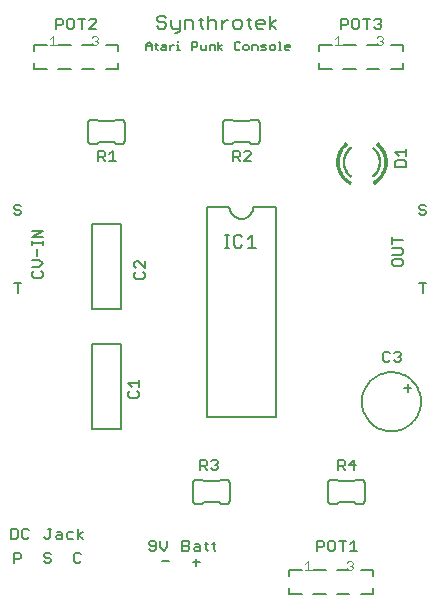
<source format=gto>
G75*
G70*
%OFA0B0*%
%FSLAX24Y24*%
%IPPOS*%
%LPD*%
%AMOC8*
5,1,8,0,0,1.08239X$1,22.5*
%
%ADD10C,0.0060*%
%ADD11C,0.0080*%
%ADD12C,0.0050*%
%ADD13C,0.0010*%
%ADD14C,0.0030*%
D10*
X001031Y001842D02*
X001031Y002182D01*
X001201Y002182D01*
X001258Y002125D01*
X001258Y002012D01*
X001201Y001955D01*
X001031Y001955D01*
X001101Y002642D02*
X000931Y002642D01*
X000931Y002982D01*
X001101Y002982D01*
X001158Y002925D01*
X001158Y002698D01*
X001101Y002642D01*
X001299Y002698D02*
X001356Y002642D01*
X001469Y002642D01*
X001526Y002698D01*
X001299Y002698D02*
X001299Y002925D01*
X001356Y002982D01*
X001469Y002982D01*
X001526Y002925D01*
X002036Y002698D02*
X002092Y002642D01*
X002149Y002642D01*
X002206Y002698D01*
X002206Y002982D01*
X002149Y002982D02*
X002263Y002982D01*
X002461Y002869D02*
X002574Y002869D01*
X002631Y002812D01*
X002631Y002642D01*
X002461Y002642D01*
X002404Y002698D01*
X002461Y002755D01*
X002631Y002755D01*
X002772Y002812D02*
X002772Y002698D01*
X002829Y002642D01*
X002999Y002642D01*
X003141Y002642D02*
X003141Y002982D01*
X002999Y002869D02*
X002829Y002869D01*
X002772Y002812D01*
X003141Y002755D02*
X003311Y002869D01*
X003141Y002755D02*
X003311Y002642D01*
X003201Y002182D02*
X003087Y002182D01*
X003031Y002125D01*
X003031Y001898D01*
X003087Y001842D01*
X003201Y001842D01*
X003258Y001898D01*
X003258Y002125D02*
X003201Y002182D01*
X002258Y002125D02*
X002201Y002182D01*
X002087Y002182D01*
X002031Y002125D01*
X002031Y002069D01*
X002087Y002012D01*
X002201Y002012D01*
X002258Y001955D01*
X002258Y001898D01*
X002201Y001842D01*
X002087Y001842D01*
X002031Y001898D01*
X005531Y002298D02*
X005587Y002242D01*
X005701Y002242D01*
X005758Y002298D01*
X005758Y002525D01*
X005701Y002582D01*
X005587Y002582D01*
X005531Y002525D01*
X005531Y002469D01*
X005587Y002412D01*
X005758Y002412D01*
X005899Y002355D02*
X005899Y002582D01*
X005899Y002355D02*
X006013Y002242D01*
X006126Y002355D01*
X006126Y002582D01*
X006636Y002582D02*
X006636Y002242D01*
X006806Y002242D01*
X006863Y002298D01*
X006863Y002355D01*
X006806Y002412D01*
X006636Y002412D01*
X006806Y002412D02*
X006863Y002469D01*
X006863Y002525D01*
X006806Y002582D01*
X006636Y002582D01*
X007061Y002469D02*
X007174Y002469D01*
X007231Y002412D01*
X007231Y002242D01*
X007061Y002242D01*
X007004Y002298D01*
X007061Y002355D01*
X007231Y002355D01*
X007372Y002469D02*
X007486Y002469D01*
X007429Y002525D02*
X007429Y002298D01*
X007486Y002242D01*
X007675Y002298D02*
X007731Y002242D01*
X007675Y002298D02*
X007675Y002525D01*
X007618Y002469D02*
X007731Y002469D01*
X007214Y001855D02*
X006987Y001855D01*
X007101Y001742D02*
X007101Y001969D01*
X006189Y001912D02*
X005962Y001912D01*
X007094Y003812D02*
X007294Y003812D01*
X007344Y003862D01*
X007857Y003862D01*
X007907Y003812D01*
X008107Y003812D01*
X008124Y003814D01*
X008141Y003818D01*
X008157Y003825D01*
X008171Y003835D01*
X008184Y003848D01*
X008194Y003862D01*
X008201Y003878D01*
X008205Y003895D01*
X008207Y003912D01*
X008207Y004512D01*
X008205Y004529D01*
X008201Y004546D01*
X008194Y004562D01*
X008184Y004576D01*
X008171Y004589D01*
X008157Y004599D01*
X008141Y004606D01*
X008124Y004610D01*
X008107Y004612D01*
X007907Y004612D01*
X007857Y004562D01*
X007344Y004562D01*
X007294Y004612D01*
X007094Y004612D01*
X007077Y004610D01*
X007060Y004606D01*
X007044Y004599D01*
X007030Y004589D01*
X007017Y004576D01*
X007007Y004562D01*
X007000Y004546D01*
X006996Y004529D01*
X006994Y004512D01*
X006994Y003912D01*
X006996Y003895D01*
X007000Y003878D01*
X007007Y003862D01*
X007017Y003848D01*
X007030Y003835D01*
X007044Y003825D01*
X007060Y003818D01*
X007077Y003814D01*
X007094Y003812D01*
X007231Y004942D02*
X007231Y005282D01*
X007401Y005282D01*
X007458Y005225D01*
X007458Y005112D01*
X007401Y005055D01*
X007231Y005055D01*
X007344Y005055D02*
X007458Y004942D01*
X007599Y004998D02*
X007656Y004942D01*
X007769Y004942D01*
X007826Y004998D01*
X007826Y005055D01*
X007769Y005112D01*
X007713Y005112D01*
X007769Y005112D02*
X007826Y005169D01*
X007826Y005225D01*
X007769Y005282D01*
X007656Y005282D01*
X007599Y005225D01*
X007451Y006712D02*
X009751Y006712D01*
X009751Y013712D01*
X009001Y013712D01*
X008999Y013673D01*
X008993Y013634D01*
X008984Y013596D01*
X008971Y013559D01*
X008954Y013523D01*
X008934Y013490D01*
X008910Y013458D01*
X008884Y013429D01*
X008855Y013403D01*
X008823Y013379D01*
X008790Y013359D01*
X008754Y013342D01*
X008717Y013329D01*
X008679Y013320D01*
X008640Y013314D01*
X008601Y013312D01*
X008562Y013314D01*
X008523Y013320D01*
X008485Y013329D01*
X008448Y013342D01*
X008412Y013359D01*
X008379Y013379D01*
X008347Y013403D01*
X008318Y013429D01*
X008292Y013458D01*
X008268Y013490D01*
X008248Y013523D01*
X008231Y013559D01*
X008218Y013596D01*
X008209Y013634D01*
X008203Y013673D01*
X008201Y013712D01*
X007451Y013712D01*
X007451Y006712D01*
X005171Y007398D02*
X005171Y007512D01*
X005114Y007569D01*
X005171Y007710D02*
X005171Y007937D01*
X005171Y007823D02*
X004831Y007823D01*
X004944Y007710D01*
X004887Y007569D02*
X004831Y007512D01*
X004831Y007398D01*
X004887Y007342D01*
X005114Y007342D01*
X005171Y007398D01*
X004589Y006301D02*
X003613Y006301D01*
X003613Y009122D01*
X004589Y009122D01*
X004589Y006301D01*
X004589Y010301D02*
X003613Y010301D01*
X003613Y013122D01*
X004589Y013122D01*
X004589Y010301D01*
X005087Y011305D02*
X005314Y011305D01*
X005371Y011362D01*
X005371Y011475D01*
X005314Y011532D01*
X005371Y011673D02*
X005144Y011900D01*
X005087Y011900D01*
X005031Y011843D01*
X005031Y011730D01*
X005087Y011673D01*
X005087Y011532D02*
X005031Y011475D01*
X005031Y011362D01*
X005087Y011305D01*
X005371Y011673D02*
X005371Y011900D01*
X004426Y015242D02*
X004199Y015242D01*
X004313Y015242D02*
X004313Y015582D01*
X004199Y015469D01*
X004058Y015525D02*
X004058Y015412D01*
X004001Y015355D01*
X003831Y015355D01*
X003944Y015355D02*
X004058Y015242D01*
X003831Y015242D02*
X003831Y015582D01*
X004001Y015582D01*
X004058Y015525D01*
X003794Y015812D02*
X003844Y015862D01*
X004357Y015862D01*
X004407Y015812D01*
X004607Y015812D01*
X004624Y015814D01*
X004641Y015818D01*
X004657Y015825D01*
X004671Y015835D01*
X004684Y015848D01*
X004694Y015862D01*
X004701Y015878D01*
X004705Y015895D01*
X004707Y015912D01*
X004707Y016512D01*
X004705Y016529D01*
X004701Y016546D01*
X004694Y016562D01*
X004684Y016576D01*
X004671Y016589D01*
X004657Y016599D01*
X004641Y016606D01*
X004624Y016610D01*
X004607Y016612D01*
X004407Y016612D01*
X004357Y016562D01*
X003844Y016562D01*
X003794Y016612D01*
X003594Y016612D01*
X003577Y016610D01*
X003560Y016606D01*
X003544Y016599D01*
X003530Y016589D01*
X003517Y016576D01*
X003507Y016562D01*
X003500Y016546D01*
X003496Y016529D01*
X003494Y016512D01*
X003494Y015912D01*
X003496Y015895D01*
X003500Y015878D01*
X003507Y015862D01*
X003517Y015848D01*
X003530Y015835D01*
X003544Y015825D01*
X003560Y015818D01*
X003577Y015814D01*
X003594Y015812D01*
X003794Y015812D01*
X001258Y013725D02*
X001201Y013782D01*
X001087Y013782D01*
X001031Y013725D01*
X001031Y013669D01*
X001087Y013612D01*
X001201Y013612D01*
X001258Y013555D01*
X001258Y013498D01*
X001201Y013442D01*
X001087Y013442D01*
X001031Y013498D01*
X001631Y012919D02*
X001971Y012919D01*
X001631Y012692D01*
X001971Y012692D01*
X001971Y012560D02*
X001971Y012447D01*
X001971Y012503D02*
X001631Y012503D01*
X001631Y012447D02*
X001631Y012560D01*
X001801Y012305D02*
X001801Y012078D01*
X001857Y011937D02*
X001631Y011937D01*
X001857Y011937D02*
X001971Y011823D01*
X001857Y011710D01*
X001631Y011710D01*
X001687Y011569D02*
X001631Y011512D01*
X001631Y011398D01*
X001687Y011342D01*
X001914Y011342D01*
X001971Y011398D01*
X001971Y011512D01*
X001914Y011569D01*
X001258Y011182D02*
X001031Y011182D01*
X001144Y011182D02*
X001144Y010842D01*
X007994Y015912D02*
X007994Y016512D01*
X007996Y016529D01*
X008000Y016546D01*
X008007Y016562D01*
X008017Y016576D01*
X008030Y016589D01*
X008044Y016599D01*
X008060Y016606D01*
X008077Y016610D01*
X008094Y016612D01*
X008294Y016612D01*
X008344Y016562D01*
X008857Y016562D01*
X008907Y016612D01*
X009107Y016612D01*
X009124Y016610D01*
X009141Y016606D01*
X009157Y016599D01*
X009171Y016589D01*
X009184Y016576D01*
X009194Y016562D01*
X009201Y016546D01*
X009205Y016529D01*
X009207Y016512D01*
X009207Y015912D01*
X009205Y015895D01*
X009201Y015878D01*
X009194Y015862D01*
X009184Y015848D01*
X009171Y015835D01*
X009157Y015825D01*
X009141Y015818D01*
X009124Y015814D01*
X009107Y015812D01*
X008907Y015812D01*
X008857Y015862D01*
X008344Y015862D01*
X008294Y015812D01*
X008094Y015812D01*
X008077Y015814D01*
X008060Y015818D01*
X008044Y015825D01*
X008030Y015835D01*
X008017Y015848D01*
X008007Y015862D01*
X008000Y015878D01*
X007996Y015895D01*
X007994Y015912D01*
X008331Y015582D02*
X008501Y015582D01*
X008558Y015525D01*
X008558Y015412D01*
X008501Y015355D01*
X008331Y015355D01*
X008444Y015355D02*
X008558Y015242D01*
X008699Y015242D02*
X008926Y015469D01*
X008926Y015525D01*
X008869Y015582D01*
X008756Y015582D01*
X008699Y015525D01*
X008699Y015242D02*
X008926Y015242D01*
X008331Y015242D02*
X008331Y015582D01*
X011931Y019642D02*
X011931Y019982D01*
X012101Y019982D01*
X012158Y019925D01*
X012158Y019812D01*
X012101Y019755D01*
X011931Y019755D01*
X012299Y019698D02*
X012356Y019642D01*
X012469Y019642D01*
X012526Y019698D01*
X012526Y019925D01*
X012469Y019982D01*
X012356Y019982D01*
X012299Y019925D01*
X012299Y019698D01*
X012667Y019982D02*
X012894Y019982D01*
X012781Y019982D02*
X012781Y019642D01*
X013036Y019698D02*
X013092Y019642D01*
X013206Y019642D01*
X013263Y019698D01*
X013263Y019755D01*
X013206Y019812D01*
X013149Y019812D01*
X013206Y019812D02*
X013263Y019869D01*
X013263Y019925D01*
X013206Y019982D01*
X013092Y019982D01*
X013036Y019925D01*
X014071Y015637D02*
X014071Y015410D01*
X014071Y015523D02*
X013731Y015523D01*
X013844Y015410D01*
X013787Y015269D02*
X013731Y015212D01*
X013731Y015042D01*
X014071Y015042D01*
X014071Y015212D01*
X014014Y015269D01*
X013787Y015269D01*
X014587Y013782D02*
X014531Y013725D01*
X014531Y013669D01*
X014587Y013612D01*
X014701Y013612D01*
X014758Y013555D01*
X014758Y013498D01*
X014701Y013442D01*
X014587Y013442D01*
X014531Y013498D01*
X014758Y013725D02*
X014701Y013782D01*
X014587Y013782D01*
X013631Y012705D02*
X013631Y012478D01*
X013631Y012592D02*
X013971Y012592D01*
X013914Y012337D02*
X013631Y012337D01*
X013631Y012110D02*
X013914Y012110D01*
X013971Y012167D01*
X013971Y012280D01*
X013914Y012337D01*
X013914Y011969D02*
X013687Y011969D01*
X013631Y011912D01*
X013631Y011798D01*
X013687Y011742D01*
X013914Y011742D01*
X013971Y011798D01*
X013971Y011912D01*
X013914Y011969D01*
X014531Y011182D02*
X014758Y011182D01*
X014644Y011182D02*
X014644Y010842D01*
X013869Y008882D02*
X013756Y008882D01*
X013699Y008825D01*
X013558Y008825D02*
X013501Y008882D01*
X013387Y008882D01*
X013331Y008825D01*
X013331Y008598D01*
X013387Y008542D01*
X013501Y008542D01*
X013558Y008598D01*
X013699Y008598D02*
X013756Y008542D01*
X013869Y008542D01*
X013926Y008598D01*
X013926Y008655D01*
X013869Y008712D01*
X013813Y008712D01*
X013869Y008712D02*
X013926Y008769D01*
X013926Y008825D01*
X013869Y008882D01*
X014141Y007792D02*
X014141Y007532D01*
X014261Y007662D02*
X014011Y007662D01*
X012617Y007212D02*
X012619Y007274D01*
X012625Y007337D01*
X012635Y007398D01*
X012649Y007459D01*
X012666Y007519D01*
X012687Y007578D01*
X012713Y007635D01*
X012741Y007690D01*
X012773Y007744D01*
X012809Y007795D01*
X012847Y007845D01*
X012889Y007891D01*
X012933Y007935D01*
X012981Y007976D01*
X013030Y008014D01*
X013082Y008048D01*
X013136Y008079D01*
X013192Y008107D01*
X013250Y008131D01*
X013309Y008152D01*
X013369Y008168D01*
X013430Y008181D01*
X013492Y008190D01*
X013554Y008195D01*
X013617Y008196D01*
X013679Y008193D01*
X013741Y008186D01*
X013803Y008175D01*
X013863Y008160D01*
X013923Y008142D01*
X013981Y008120D01*
X014038Y008094D01*
X014093Y008064D01*
X014146Y008031D01*
X014197Y007995D01*
X014245Y007956D01*
X014291Y007913D01*
X014334Y007868D01*
X014374Y007820D01*
X014411Y007770D01*
X014445Y007717D01*
X014476Y007663D01*
X014502Y007607D01*
X014526Y007549D01*
X014545Y007489D01*
X014561Y007429D01*
X014573Y007367D01*
X014581Y007306D01*
X014585Y007243D01*
X014585Y007181D01*
X014581Y007118D01*
X014573Y007057D01*
X014561Y006995D01*
X014545Y006935D01*
X014526Y006875D01*
X014502Y006817D01*
X014476Y006761D01*
X014445Y006707D01*
X014411Y006654D01*
X014374Y006604D01*
X014334Y006556D01*
X014291Y006511D01*
X014245Y006468D01*
X014197Y006429D01*
X014146Y006393D01*
X014093Y006360D01*
X014038Y006330D01*
X013981Y006304D01*
X013923Y006282D01*
X013863Y006264D01*
X013803Y006249D01*
X013741Y006238D01*
X013679Y006231D01*
X013617Y006228D01*
X013554Y006229D01*
X013492Y006234D01*
X013430Y006243D01*
X013369Y006256D01*
X013309Y006272D01*
X013250Y006293D01*
X013192Y006317D01*
X013136Y006345D01*
X013082Y006376D01*
X013030Y006410D01*
X012981Y006448D01*
X012933Y006489D01*
X012889Y006533D01*
X012847Y006579D01*
X012809Y006629D01*
X012773Y006680D01*
X012741Y006734D01*
X012713Y006789D01*
X012687Y006846D01*
X012666Y006905D01*
X012649Y006965D01*
X012635Y007026D01*
X012625Y007087D01*
X012619Y007150D01*
X012617Y007212D01*
X012369Y005282D02*
X012199Y005112D01*
X012426Y005112D01*
X012369Y004942D02*
X012369Y005282D01*
X012058Y005225D02*
X012058Y005112D01*
X012001Y005055D01*
X011831Y005055D01*
X011944Y005055D02*
X012058Y004942D01*
X011831Y004942D02*
X011831Y005282D01*
X012001Y005282D01*
X012058Y005225D01*
X011794Y004612D02*
X011594Y004612D01*
X011577Y004610D01*
X011560Y004606D01*
X011544Y004599D01*
X011530Y004589D01*
X011517Y004576D01*
X011507Y004562D01*
X011500Y004546D01*
X011496Y004529D01*
X011494Y004512D01*
X011494Y003912D01*
X011496Y003895D01*
X011500Y003878D01*
X011507Y003862D01*
X011517Y003848D01*
X011530Y003835D01*
X011544Y003825D01*
X011560Y003818D01*
X011577Y003814D01*
X011594Y003812D01*
X011794Y003812D01*
X011844Y003862D01*
X012357Y003862D01*
X012407Y003812D01*
X012607Y003812D01*
X012624Y003814D01*
X012641Y003818D01*
X012657Y003825D01*
X012671Y003835D01*
X012684Y003848D01*
X012694Y003862D01*
X012701Y003878D01*
X012705Y003895D01*
X012707Y003912D01*
X012707Y004512D01*
X012705Y004529D01*
X012701Y004546D01*
X012694Y004562D01*
X012684Y004576D01*
X012671Y004589D01*
X012657Y004599D01*
X012641Y004606D01*
X012624Y004610D01*
X012607Y004612D01*
X012407Y004612D01*
X012357Y004562D01*
X011844Y004562D01*
X011794Y004612D01*
X011867Y002582D02*
X012094Y002582D01*
X011981Y002582D02*
X011981Y002242D01*
X011726Y002298D02*
X011726Y002525D01*
X011669Y002582D01*
X011556Y002582D01*
X011499Y002525D01*
X011499Y002298D01*
X011556Y002242D01*
X011669Y002242D01*
X011726Y002298D01*
X011358Y002412D02*
X011301Y002355D01*
X011131Y002355D01*
X011131Y002242D02*
X011131Y002582D01*
X011301Y002582D01*
X011358Y002525D01*
X011358Y002412D01*
X012236Y002469D02*
X012349Y002582D01*
X012349Y002242D01*
X012236Y002242D02*
X012463Y002242D01*
X003763Y019642D02*
X003536Y019642D01*
X003763Y019869D01*
X003763Y019925D01*
X003706Y019982D01*
X003592Y019982D01*
X003536Y019925D01*
X003394Y019982D02*
X003167Y019982D01*
X003281Y019982D02*
X003281Y019642D01*
X003026Y019698D02*
X003026Y019925D01*
X002969Y019982D01*
X002856Y019982D01*
X002799Y019925D01*
X002799Y019698D01*
X002856Y019642D01*
X002969Y019642D01*
X003026Y019698D01*
X002658Y019812D02*
X002601Y019755D01*
X002431Y019755D01*
X002431Y019642D02*
X002431Y019982D01*
X002601Y019982D01*
X002658Y019925D01*
X002658Y019812D01*
D11*
X005797Y019722D02*
X005867Y019652D01*
X006007Y019652D01*
X006078Y019722D01*
X006078Y019792D01*
X006007Y019862D01*
X005867Y019862D01*
X005797Y019932D01*
X005797Y020002D01*
X005867Y020072D01*
X006007Y020072D01*
X006078Y020002D01*
X006258Y019932D02*
X006258Y019722D01*
X006328Y019652D01*
X006538Y019652D01*
X006538Y019582D02*
X006468Y019512D01*
X006398Y019512D01*
X006538Y019582D02*
X006538Y019932D01*
X006718Y019932D02*
X006718Y019652D01*
X006718Y019932D02*
X006928Y019932D01*
X006998Y019862D01*
X006998Y019652D01*
X007248Y019722D02*
X007318Y019652D01*
X007248Y019722D02*
X007248Y020002D01*
X007178Y019932D02*
X007318Y019932D01*
X007485Y019862D02*
X007555Y019932D01*
X007695Y019932D01*
X007765Y019862D01*
X007765Y019652D01*
X007946Y019652D02*
X007946Y019932D01*
X007946Y019792D02*
X008086Y019932D01*
X008156Y019932D01*
X008329Y019862D02*
X008329Y019722D01*
X008399Y019652D01*
X008539Y019652D01*
X008609Y019722D01*
X008609Y019862D01*
X008539Y019932D01*
X008399Y019932D01*
X008329Y019862D01*
X008790Y019932D02*
X008930Y019932D01*
X008860Y020002D02*
X008860Y019722D01*
X008930Y019652D01*
X009096Y019722D02*
X009096Y019862D01*
X009166Y019932D01*
X009307Y019932D01*
X009377Y019862D01*
X009377Y019792D01*
X009096Y019792D01*
X009096Y019722D02*
X009166Y019652D01*
X009307Y019652D01*
X009557Y019652D02*
X009557Y020072D01*
X009767Y019932D02*
X009557Y019792D01*
X009767Y019652D01*
X007485Y019652D02*
X007485Y020072D01*
X008041Y012772D02*
X008181Y012772D01*
X008111Y012772D02*
X008111Y012352D01*
X008041Y012352D02*
X008181Y012352D01*
X008348Y012422D02*
X008418Y012352D01*
X008558Y012352D01*
X008628Y012422D01*
X008808Y012352D02*
X009088Y012352D01*
X008948Y012352D02*
X008948Y012772D01*
X008808Y012632D01*
X008628Y012702D02*
X008558Y012772D01*
X008418Y012772D01*
X008348Y012702D01*
X008348Y012422D01*
D12*
X011201Y018312D02*
X011201Y018515D01*
X011201Y018312D02*
X011606Y018312D01*
X011999Y018312D02*
X012404Y018312D01*
X012798Y018312D02*
X013202Y018312D01*
X013596Y018312D02*
X014001Y018312D01*
X014001Y018515D01*
X014001Y018909D02*
X014001Y019112D01*
X013596Y019112D01*
X013202Y019112D02*
X012798Y019112D01*
X012404Y019112D02*
X011999Y019112D01*
X011606Y019112D02*
X011201Y019112D01*
X011201Y018909D01*
X010222Y019027D02*
X010042Y019027D01*
X010042Y019072D02*
X010087Y019117D01*
X010177Y019117D01*
X010222Y019072D01*
X010222Y019027D01*
X010177Y018937D02*
X010087Y018937D01*
X010042Y018982D01*
X010042Y019072D01*
X009935Y018937D02*
X009845Y018937D01*
X009890Y018937D02*
X009890Y019207D01*
X009845Y019207D01*
X009731Y019072D02*
X009686Y019117D01*
X009596Y019117D01*
X009551Y019072D01*
X009551Y018982D01*
X009596Y018937D01*
X009686Y018937D01*
X009731Y018982D01*
X009731Y019072D01*
X009436Y019117D02*
X009301Y019117D01*
X009256Y019072D01*
X009301Y019027D01*
X009391Y019027D01*
X009436Y018982D01*
X009391Y018937D01*
X009256Y018937D01*
X009142Y018937D02*
X009142Y019072D01*
X009097Y019117D01*
X008961Y019117D01*
X008961Y018937D01*
X008847Y018982D02*
X008802Y018937D01*
X008712Y018937D01*
X008667Y018982D01*
X008667Y019072D01*
X008712Y019117D01*
X008802Y019117D01*
X008847Y019072D01*
X008847Y018982D01*
X008552Y018982D02*
X008507Y018937D01*
X008417Y018937D01*
X008372Y018982D01*
X008372Y019162D01*
X008417Y019207D01*
X008507Y019207D01*
X008552Y019162D01*
X007967Y019117D02*
X007832Y019027D01*
X007967Y018937D01*
X007832Y018937D02*
X007832Y019207D01*
X007717Y019072D02*
X007717Y018937D01*
X007717Y019072D02*
X007672Y019117D01*
X007537Y019117D01*
X007537Y018937D01*
X007423Y018937D02*
X007423Y019117D01*
X007243Y019117D02*
X007243Y018982D01*
X007288Y018937D01*
X007423Y018937D01*
X007128Y019072D02*
X007128Y019162D01*
X007083Y019207D01*
X006948Y019207D01*
X006948Y018937D01*
X006948Y019027D02*
X007083Y019027D01*
X007128Y019072D01*
X006547Y018937D02*
X006457Y018937D01*
X006502Y018937D02*
X006502Y019117D01*
X006457Y019117D01*
X006502Y019207D02*
X006502Y019252D01*
X006347Y019117D02*
X006302Y019117D01*
X006211Y019027D01*
X006211Y018937D02*
X006211Y019117D01*
X006097Y019072D02*
X006097Y018937D01*
X005962Y018937D01*
X005917Y018982D01*
X005962Y019027D01*
X006097Y019027D01*
X006097Y019072D02*
X006052Y019117D01*
X005962Y019117D01*
X005810Y019117D02*
X005720Y019117D01*
X005765Y019162D02*
X005765Y018982D01*
X005810Y018937D01*
X005606Y018937D02*
X005606Y019117D01*
X005516Y019207D01*
X005426Y019117D01*
X005426Y018937D01*
X005426Y019072D02*
X005606Y019072D01*
X004501Y019112D02*
X004501Y018909D01*
X004501Y019112D02*
X004096Y019112D01*
X003702Y019112D02*
X003298Y019112D01*
X002904Y019112D02*
X002499Y019112D01*
X002106Y019112D02*
X001701Y019112D01*
X001701Y018909D01*
X001701Y018515D02*
X001701Y018312D01*
X002106Y018312D01*
X002499Y018312D02*
X002904Y018312D01*
X003298Y018312D02*
X003702Y018312D01*
X004096Y018312D02*
X004501Y018312D01*
X004501Y018515D01*
X010201Y001612D02*
X010606Y001612D01*
X010999Y001612D02*
X011404Y001612D01*
X011798Y001612D02*
X012202Y001612D01*
X012596Y001612D02*
X013001Y001612D01*
X013001Y001409D01*
X013001Y001015D02*
X013001Y000812D01*
X012596Y000812D01*
X012202Y000812D02*
X011798Y000812D01*
X011404Y000812D02*
X010999Y000812D01*
X010606Y000812D02*
X010201Y000812D01*
X010201Y001015D01*
X010201Y001409D02*
X010201Y001612D01*
D13*
X013024Y014481D02*
X012979Y014559D01*
X012980Y014559D02*
X013024Y014587D01*
X013066Y014618D01*
X013106Y014651D01*
X013144Y014687D01*
X013179Y014726D01*
X013211Y014767D01*
X013241Y014811D01*
X013267Y014856D01*
X013290Y014903D01*
X013310Y014951D01*
X013326Y015001D01*
X013339Y015051D01*
X013348Y015103D01*
X013354Y015155D01*
X013356Y015207D01*
X013445Y015208D01*
X013446Y015207D01*
X013444Y015152D01*
X013438Y015098D01*
X013429Y015043D01*
X013416Y014990D01*
X013400Y014938D01*
X013381Y014886D01*
X013358Y014836D01*
X013332Y014788D01*
X013303Y014741D01*
X013271Y014697D01*
X013236Y014654D01*
X013198Y014614D01*
X013158Y014577D01*
X013116Y014542D01*
X013071Y014510D01*
X013025Y014481D01*
X013020Y014489D01*
X013066Y014517D01*
X013110Y014549D01*
X013152Y014584D01*
X013192Y014621D01*
X013229Y014660D01*
X013264Y014702D01*
X013295Y014746D01*
X013324Y014792D01*
X013350Y014840D01*
X013372Y014890D01*
X013392Y014940D01*
X013408Y014992D01*
X013420Y015045D01*
X013429Y015099D01*
X013435Y015153D01*
X013437Y015207D01*
X013428Y015207D01*
X013426Y015153D01*
X013420Y015100D01*
X013411Y015047D01*
X013399Y014995D01*
X013383Y014943D01*
X013364Y014893D01*
X013342Y014844D01*
X013316Y014797D01*
X013288Y014751D01*
X013256Y014708D01*
X013222Y014666D01*
X013186Y014627D01*
X013146Y014590D01*
X013105Y014556D01*
X013061Y014525D01*
X013016Y014496D01*
X013011Y014504D01*
X013059Y014534D01*
X013105Y014568D01*
X013148Y014604D01*
X013189Y014644D01*
X013227Y014686D01*
X013262Y014730D01*
X013294Y014777D01*
X013322Y014826D01*
X013347Y014877D01*
X013369Y014930D01*
X013386Y014983D01*
X013400Y015038D01*
X013410Y015094D01*
X013417Y015150D01*
X013419Y015207D01*
X013410Y015207D01*
X013408Y015151D01*
X013402Y015095D01*
X013392Y015040D01*
X013378Y014986D01*
X013360Y014933D01*
X013339Y014881D01*
X013314Y014830D01*
X013286Y014782D01*
X013255Y014736D01*
X013220Y014691D01*
X013183Y014650D01*
X013142Y014611D01*
X013100Y014575D01*
X013054Y014542D01*
X013007Y014512D01*
X013002Y014520D01*
X013049Y014549D01*
X013094Y014582D01*
X013136Y014618D01*
X013176Y014656D01*
X013213Y014697D01*
X013248Y014741D01*
X013279Y014787D01*
X013306Y014835D01*
X013331Y014884D01*
X013352Y014936D01*
X013369Y014988D01*
X013383Y015042D01*
X013393Y015097D01*
X013399Y015152D01*
X013401Y015207D01*
X013392Y015207D01*
X013390Y015152D01*
X013384Y015098D01*
X013374Y015044D01*
X013360Y014991D01*
X013343Y014939D01*
X013323Y014888D01*
X013298Y014839D01*
X013271Y014792D01*
X013240Y014746D01*
X013207Y014703D01*
X013170Y014662D01*
X013130Y014624D01*
X013088Y014589D01*
X013044Y014557D01*
X012998Y014528D01*
X012993Y014536D01*
X013039Y014564D01*
X013083Y014596D01*
X013124Y014631D01*
X013163Y014669D01*
X013200Y014709D01*
X013233Y014751D01*
X013263Y014796D01*
X013291Y014843D01*
X013314Y014892D01*
X013335Y014942D01*
X013352Y014993D01*
X013365Y015046D01*
X013375Y015099D01*
X013381Y015153D01*
X013383Y015207D01*
X013374Y015207D01*
X013372Y015154D01*
X013366Y015100D01*
X013356Y015048D01*
X013343Y014996D01*
X013326Y014945D01*
X013306Y014895D01*
X013283Y014847D01*
X013256Y014801D01*
X013226Y014757D01*
X013193Y014715D01*
X013157Y014675D01*
X013118Y014638D01*
X013077Y014603D01*
X013034Y014572D01*
X012989Y014543D01*
X012984Y014551D01*
X013029Y014579D01*
X013072Y014610D01*
X013112Y014644D01*
X013150Y014681D01*
X013186Y014720D01*
X013218Y014762D01*
X013248Y014806D01*
X013275Y014852D01*
X013298Y014899D01*
X013318Y014948D01*
X013335Y014998D01*
X013348Y015050D01*
X013357Y015102D01*
X013363Y015154D01*
X013365Y015207D01*
X013445Y015216D02*
X013355Y015216D01*
X013356Y015217D02*
X013354Y015271D01*
X013348Y015324D01*
X013338Y015377D01*
X013324Y015429D01*
X013307Y015480D01*
X013286Y015530D01*
X013262Y015578D01*
X013234Y015624D01*
X013203Y015668D01*
X013169Y015709D01*
X013132Y015749D01*
X013093Y015785D01*
X013150Y015853D01*
X013151Y015854D01*
X013192Y015816D01*
X013230Y015776D01*
X013266Y015733D01*
X013299Y015688D01*
X013329Y015641D01*
X013355Y015593D01*
X013379Y015542D01*
X013399Y015490D01*
X013415Y015437D01*
X013429Y015383D01*
X013438Y015328D01*
X013444Y015273D01*
X013446Y015217D01*
X013437Y015217D01*
X013435Y015272D01*
X013429Y015327D01*
X013420Y015381D01*
X013407Y015435D01*
X013390Y015487D01*
X013371Y015539D01*
X013347Y015589D01*
X013321Y015637D01*
X013291Y015683D01*
X013259Y015728D01*
X013224Y015770D01*
X013185Y015810D01*
X013145Y015847D01*
X013139Y015840D01*
X013179Y015803D01*
X013217Y015764D01*
X013252Y015722D01*
X013284Y015678D01*
X013313Y015632D01*
X013339Y015584D01*
X013362Y015535D01*
X013382Y015484D01*
X013398Y015432D01*
X013411Y015379D01*
X013420Y015326D01*
X013426Y015271D01*
X013428Y015217D01*
X013419Y015217D01*
X013417Y015271D01*
X013411Y015324D01*
X013402Y015377D01*
X013389Y015430D01*
X013373Y015481D01*
X013354Y015532D01*
X013331Y015580D01*
X013306Y015628D01*
X013277Y015673D01*
X013245Y015717D01*
X013210Y015758D01*
X013173Y015797D01*
X013133Y015833D01*
X013127Y015826D01*
X013167Y015790D01*
X013204Y015752D01*
X013238Y015711D01*
X013269Y015668D01*
X013298Y015623D01*
X013323Y015576D01*
X013346Y015528D01*
X013365Y015478D01*
X013381Y015427D01*
X013393Y015376D01*
X013402Y015323D01*
X013408Y015270D01*
X013410Y015217D01*
X013401Y015217D01*
X013399Y015270D01*
X013393Y015322D01*
X013384Y015374D01*
X013372Y015425D01*
X013356Y015475D01*
X013337Y015525D01*
X013315Y015572D01*
X013290Y015619D01*
X013262Y015663D01*
X013231Y015705D01*
X013197Y015746D01*
X013160Y015784D01*
X013122Y015819D01*
X013116Y015813D01*
X013154Y015777D01*
X013190Y015740D01*
X013224Y015700D01*
X013254Y015658D01*
X013282Y015614D01*
X013307Y015568D01*
X013329Y015521D01*
X013348Y015472D01*
X013363Y015423D01*
X013376Y015372D01*
X013384Y015321D01*
X013390Y015269D01*
X013392Y015217D01*
X013383Y015217D01*
X013381Y015273D01*
X013374Y015328D01*
X013364Y015383D01*
X013350Y015437D01*
X013332Y015490D01*
X013310Y015541D01*
X013285Y015591D01*
X013256Y015639D01*
X013224Y015684D01*
X013189Y015727D01*
X013151Y015768D01*
X013110Y015806D01*
X013104Y015799D01*
X013145Y015762D01*
X013182Y015721D01*
X013217Y015679D01*
X013249Y015634D01*
X013277Y015586D01*
X013302Y015537D01*
X013324Y015486D01*
X013341Y015434D01*
X013355Y015381D01*
X013365Y015327D01*
X013372Y015272D01*
X013374Y015217D01*
X013365Y015217D01*
X013363Y015271D01*
X013357Y015326D01*
X013347Y015379D01*
X013333Y015432D01*
X013315Y015483D01*
X013294Y015533D01*
X013269Y015582D01*
X013241Y015629D01*
X013210Y015673D01*
X013176Y015715D01*
X013138Y015755D01*
X013098Y015792D01*
X011757Y015207D02*
X011847Y015207D01*
X011846Y015207D02*
X011848Y015153D01*
X011854Y015100D01*
X011864Y015047D01*
X011878Y014995D01*
X011895Y014944D01*
X011916Y014895D01*
X011940Y014847D01*
X011968Y014801D01*
X011999Y014757D01*
X012033Y014715D01*
X012069Y014676D01*
X012109Y014639D01*
X012151Y014606D01*
X012195Y014575D01*
X012241Y014548D01*
X012199Y014469D01*
X012150Y014497D01*
X012104Y014529D01*
X012059Y014564D01*
X012017Y014601D01*
X011978Y014642D01*
X011941Y014685D01*
X011907Y014730D01*
X011876Y014777D01*
X011849Y014827D01*
X011825Y014878D01*
X011804Y014930D01*
X011787Y014984D01*
X011774Y015039D01*
X011764Y015094D01*
X011758Y015151D01*
X011756Y015207D01*
X011765Y015207D01*
X011767Y015151D01*
X011773Y015096D01*
X011783Y015041D01*
X011796Y014986D01*
X011813Y014933D01*
X011833Y014881D01*
X011857Y014831D01*
X011884Y014782D01*
X011914Y014735D01*
X011948Y014690D01*
X011984Y014648D01*
X012023Y014608D01*
X012065Y014571D01*
X012109Y014536D01*
X012155Y014505D01*
X012203Y014477D01*
X012207Y014485D01*
X012160Y014513D01*
X012114Y014544D01*
X012071Y014578D01*
X012029Y014614D01*
X011991Y014654D01*
X011955Y014696D01*
X011922Y014740D01*
X011892Y014786D01*
X011865Y014835D01*
X011842Y014885D01*
X011821Y014936D01*
X011805Y014989D01*
X011792Y015042D01*
X011782Y015097D01*
X011776Y015152D01*
X011774Y015207D01*
X011783Y015207D01*
X011785Y015152D01*
X011791Y015098D01*
X011800Y015044D01*
X011813Y014991D01*
X011830Y014939D01*
X011850Y014888D01*
X011873Y014839D01*
X011900Y014791D01*
X011929Y014745D01*
X011962Y014701D01*
X011997Y014660D01*
X012036Y014621D01*
X012076Y014584D01*
X012119Y014551D01*
X012165Y014520D01*
X012212Y014493D01*
X012216Y014501D01*
X012169Y014528D01*
X012125Y014558D01*
X012082Y014591D01*
X012042Y014627D01*
X012004Y014666D01*
X011969Y014707D01*
X011937Y014750D01*
X011907Y014796D01*
X011881Y014843D01*
X011858Y014892D01*
X011838Y014942D01*
X011822Y014994D01*
X011809Y015046D01*
X011800Y015099D01*
X011794Y015153D01*
X011792Y015207D01*
X011801Y015207D01*
X011803Y015154D01*
X011809Y015100D01*
X011818Y015048D01*
X011831Y014996D01*
X011847Y014945D01*
X011866Y014895D01*
X011889Y014847D01*
X011915Y014800D01*
X011944Y014756D01*
X011976Y014713D01*
X012011Y014672D01*
X012048Y014634D01*
X012088Y014598D01*
X012130Y014565D01*
X012174Y014535D01*
X012220Y014508D01*
X012224Y014516D01*
X012179Y014543D01*
X012135Y014573D01*
X012094Y014605D01*
X012054Y014640D01*
X012017Y014678D01*
X011983Y014718D01*
X011951Y014761D01*
X011923Y014805D01*
X011897Y014851D01*
X011875Y014899D01*
X011855Y014948D01*
X011839Y014998D01*
X011827Y015050D01*
X011818Y015102D01*
X011812Y015154D01*
X011810Y015207D01*
X011819Y015207D01*
X011821Y015151D01*
X011828Y015096D01*
X011838Y015041D01*
X011852Y014987D01*
X011870Y014935D01*
X011891Y014883D01*
X011917Y014834D01*
X011945Y014786D01*
X011977Y014740D01*
X012012Y014697D01*
X012050Y014657D01*
X012091Y014619D01*
X012135Y014584D01*
X012181Y014553D01*
X012229Y014524D01*
X012233Y014532D01*
X012185Y014560D01*
X012140Y014591D01*
X012097Y014626D01*
X012057Y014663D01*
X012019Y014703D01*
X011984Y014746D01*
X011953Y014791D01*
X011924Y014838D01*
X011900Y014887D01*
X011878Y014938D01*
X011861Y014990D01*
X011847Y015043D01*
X011837Y015097D01*
X011830Y015152D01*
X011828Y015207D01*
X011837Y015207D01*
X011839Y015153D01*
X011845Y015099D01*
X011855Y015045D01*
X011869Y014993D01*
X011887Y014941D01*
X011908Y014891D01*
X011932Y014842D01*
X011960Y014796D01*
X011992Y014751D01*
X012026Y014709D01*
X012063Y014670D01*
X012103Y014633D01*
X012145Y014599D01*
X012190Y014568D01*
X012237Y014540D01*
X012057Y015857D02*
X012114Y015788D01*
X012114Y015789D02*
X012074Y015752D01*
X012036Y015713D01*
X012002Y015671D01*
X011970Y015627D01*
X011942Y015581D01*
X011917Y015532D01*
X011896Y015482D01*
X011878Y015431D01*
X011865Y015378D01*
X011855Y015325D01*
X011848Y015271D01*
X011846Y015217D01*
X011757Y015216D01*
X011756Y015217D01*
X011758Y015273D01*
X011764Y015329D01*
X011774Y015384D01*
X011787Y015439D01*
X011804Y015492D01*
X011824Y015545D01*
X011848Y015596D01*
X011875Y015645D01*
X011906Y015692D01*
X011939Y015737D01*
X011975Y015780D01*
X012014Y015820D01*
X012056Y015858D01*
X012062Y015851D01*
X012021Y015814D01*
X011982Y015774D01*
X011946Y015732D01*
X011913Y015687D01*
X011883Y015640D01*
X011856Y015592D01*
X011833Y015541D01*
X011812Y015489D01*
X011796Y015436D01*
X011783Y015382D01*
X011773Y015328D01*
X011767Y015273D01*
X011765Y015217D01*
X011774Y015217D01*
X011776Y015272D01*
X011782Y015327D01*
X011791Y015381D01*
X011804Y015434D01*
X011821Y015486D01*
X011841Y015538D01*
X011864Y015587D01*
X011891Y015636D01*
X011920Y015682D01*
X011953Y015726D01*
X011989Y015768D01*
X012027Y015807D01*
X012068Y015844D01*
X012073Y015837D01*
X012033Y015801D01*
X011995Y015762D01*
X011960Y015720D01*
X011928Y015677D01*
X011898Y015631D01*
X011872Y015583D01*
X011849Y015534D01*
X011829Y015484D01*
X011813Y015432D01*
X011800Y015379D01*
X011791Y015325D01*
X011785Y015271D01*
X011783Y015217D01*
X011792Y015217D01*
X011794Y015271D01*
X011800Y015324D01*
X011809Y015377D01*
X011822Y015429D01*
X011838Y015481D01*
X011857Y015531D01*
X011880Y015579D01*
X011906Y015626D01*
X011935Y015672D01*
X011967Y015715D01*
X012002Y015756D01*
X012039Y015794D01*
X012079Y015830D01*
X012085Y015823D01*
X012046Y015788D01*
X012009Y015750D01*
X011974Y015709D01*
X011943Y015666D01*
X011914Y015622D01*
X011888Y015575D01*
X011866Y015527D01*
X011846Y015478D01*
X011830Y015427D01*
X011818Y015375D01*
X011809Y015323D01*
X011803Y015270D01*
X011801Y015217D01*
X011810Y015217D01*
X011812Y015269D01*
X011818Y015322D01*
X011827Y015373D01*
X011839Y015424D01*
X011855Y015475D01*
X011874Y015524D01*
X011896Y015571D01*
X011922Y015617D01*
X011950Y015661D01*
X011981Y015703D01*
X012015Y015744D01*
X012052Y015781D01*
X012091Y015816D01*
X012097Y015810D01*
X012058Y015775D01*
X012022Y015737D01*
X011988Y015698D01*
X011957Y015656D01*
X011929Y015612D01*
X011904Y015567D01*
X011882Y015520D01*
X011863Y015472D01*
X011848Y015422D01*
X011835Y015372D01*
X011827Y015321D01*
X011821Y015269D01*
X011819Y015217D01*
X011828Y015217D01*
X011830Y015268D01*
X011835Y015319D01*
X011844Y015370D01*
X011856Y015420D01*
X011872Y015469D01*
X011890Y015516D01*
X011912Y015563D01*
X011937Y015608D01*
X011965Y015651D01*
X011995Y015692D01*
X012028Y015731D01*
X012064Y015768D01*
X012102Y015803D01*
X012108Y015796D01*
X012067Y015759D01*
X012029Y015719D01*
X011995Y015677D01*
X011963Y015632D01*
X011934Y015585D01*
X011909Y015536D01*
X011888Y015485D01*
X011870Y015434D01*
X011856Y015380D01*
X011846Y015326D01*
X011839Y015272D01*
X011837Y015217D01*
X012988Y014722D02*
X012957Y014762D01*
X012958Y014761D02*
X012993Y014792D01*
X013026Y014825D01*
X013056Y014860D01*
X013083Y014899D01*
X013107Y014939D01*
X013127Y014981D01*
X013144Y015024D01*
X013158Y015069D01*
X013168Y015114D01*
X013174Y015160D01*
X013176Y015207D01*
X013225Y015208D01*
X013226Y015207D01*
X013224Y015161D01*
X013218Y015114D01*
X013209Y015069D01*
X013197Y015024D01*
X013181Y014980D01*
X013162Y014937D01*
X013140Y014896D01*
X013115Y014857D01*
X013088Y014820D01*
X013057Y014785D01*
X013024Y014752D01*
X012989Y014722D01*
X012983Y014729D01*
X013018Y014759D01*
X013051Y014791D01*
X013081Y014825D01*
X013108Y014862D01*
X013133Y014901D01*
X013154Y014941D01*
X013173Y014983D01*
X013188Y015026D01*
X013201Y015071D01*
X013209Y015116D01*
X013215Y015161D01*
X013217Y015207D01*
X013208Y015207D01*
X013206Y015162D01*
X013201Y015117D01*
X013192Y015073D01*
X013180Y015029D01*
X013165Y014987D01*
X013146Y014945D01*
X013125Y014905D01*
X013101Y014867D01*
X013074Y014831D01*
X013044Y014797D01*
X013012Y014765D01*
X012978Y014736D01*
X012972Y014743D01*
X013009Y014775D01*
X013043Y014809D01*
X013074Y014846D01*
X013102Y014886D01*
X013127Y014928D01*
X013148Y014971D01*
X013166Y015016D01*
X013180Y015063D01*
X013190Y015110D01*
X013197Y015159D01*
X013199Y015207D01*
X013190Y015207D01*
X013188Y015159D01*
X013181Y015112D01*
X013171Y015065D01*
X013158Y015019D01*
X013140Y014975D01*
X013119Y014932D01*
X013095Y014891D01*
X013067Y014852D01*
X013036Y014815D01*
X013003Y014781D01*
X012967Y014750D01*
X012961Y014757D01*
X012997Y014788D01*
X013030Y014821D01*
X013060Y014857D01*
X013087Y014896D01*
X013111Y014936D01*
X013132Y014979D01*
X013149Y015022D01*
X013163Y015067D01*
X013173Y015113D01*
X013179Y015160D01*
X013181Y015207D01*
X013225Y015216D02*
X013175Y015216D01*
X013176Y015217D02*
X013174Y015264D01*
X013168Y015310D01*
X013158Y015355D01*
X013144Y015400D01*
X013127Y015443D01*
X013107Y015485D01*
X013083Y015525D01*
X013056Y015564D01*
X013026Y015599D01*
X012993Y015632D01*
X012958Y015663D01*
X012988Y015702D01*
X012989Y015702D01*
X013024Y015672D01*
X013057Y015639D01*
X013088Y015604D01*
X013115Y015567D01*
X013140Y015528D01*
X013162Y015487D01*
X013181Y015444D01*
X013197Y015400D01*
X013209Y015355D01*
X013218Y015310D01*
X013224Y015263D01*
X013226Y015217D01*
X013217Y015217D01*
X013215Y015263D01*
X013209Y015308D01*
X013201Y015353D01*
X013188Y015398D01*
X013173Y015441D01*
X013154Y015483D01*
X013133Y015523D01*
X013108Y015562D01*
X013081Y015599D01*
X013051Y015633D01*
X013018Y015665D01*
X012983Y015695D01*
X012978Y015688D01*
X013012Y015659D01*
X013044Y015627D01*
X013074Y015593D01*
X013101Y015557D01*
X013125Y015519D01*
X013146Y015479D01*
X013165Y015437D01*
X013180Y015395D01*
X013192Y015351D01*
X013201Y015307D01*
X013206Y015262D01*
X013208Y015217D01*
X013199Y015217D01*
X013197Y015265D01*
X013190Y015314D01*
X013180Y015361D01*
X013166Y015408D01*
X013148Y015453D01*
X013127Y015496D01*
X013102Y015538D01*
X013074Y015578D01*
X013043Y015615D01*
X013009Y015649D01*
X012972Y015681D01*
X012967Y015674D01*
X013003Y015643D01*
X013036Y015609D01*
X013067Y015572D01*
X013095Y015533D01*
X013119Y015492D01*
X013140Y015449D01*
X013158Y015405D01*
X013171Y015359D01*
X013181Y015312D01*
X013188Y015265D01*
X013190Y015217D01*
X013181Y015217D01*
X013179Y015264D01*
X013173Y015311D01*
X013163Y015357D01*
X013149Y015402D01*
X013132Y015445D01*
X013111Y015488D01*
X013087Y015528D01*
X013060Y015567D01*
X013030Y015603D01*
X012997Y015636D01*
X012961Y015667D01*
X011977Y015208D02*
X012027Y015208D01*
X012026Y015207D02*
X012028Y015163D01*
X012033Y015120D01*
X012042Y015077D01*
X012054Y015035D01*
X012069Y014995D01*
X012087Y014955D01*
X012108Y014917D01*
X012131Y014880D01*
X012158Y014845D01*
X012187Y014813D01*
X012218Y014783D01*
X012252Y014755D01*
X012223Y014716D01*
X012222Y014715D01*
X012185Y014745D01*
X012151Y014778D01*
X012120Y014813D01*
X012091Y014851D01*
X012065Y014891D01*
X012042Y014932D01*
X012022Y014976D01*
X012006Y015020D01*
X011993Y015066D01*
X011984Y015112D01*
X011978Y015160D01*
X011976Y015207D01*
X011985Y015207D01*
X011987Y015160D01*
X011993Y015114D01*
X012002Y015068D01*
X012015Y015023D01*
X012031Y014979D01*
X012050Y014937D01*
X012073Y014896D01*
X012098Y014856D01*
X012126Y014819D01*
X012158Y014784D01*
X012191Y014752D01*
X012227Y014722D01*
X012233Y014729D01*
X012197Y014759D01*
X012164Y014791D01*
X012133Y014825D01*
X012105Y014862D01*
X012080Y014900D01*
X012058Y014941D01*
X012039Y014982D01*
X012023Y015026D01*
X012011Y015070D01*
X012002Y015115D01*
X011996Y015161D01*
X011994Y015207D01*
X012003Y015207D01*
X012005Y015162D01*
X012011Y015117D01*
X012020Y015072D01*
X012032Y015029D01*
X012047Y014986D01*
X012066Y014945D01*
X012088Y014905D01*
X012113Y014867D01*
X012140Y014831D01*
X012171Y014797D01*
X012203Y014765D01*
X012238Y014737D01*
X012244Y014744D01*
X012209Y014772D01*
X012177Y014803D01*
X012147Y014837D01*
X012120Y014872D01*
X012096Y014909D01*
X012074Y014949D01*
X012056Y014989D01*
X012040Y015031D01*
X012028Y015074D01*
X012020Y015118D01*
X012014Y015162D01*
X012012Y015207D01*
X012021Y015207D01*
X012023Y015163D01*
X012028Y015119D01*
X012037Y015076D01*
X012049Y015034D01*
X012064Y014993D01*
X012082Y014953D01*
X012103Y014914D01*
X012127Y014877D01*
X012154Y014842D01*
X012183Y014809D01*
X012215Y014779D01*
X012249Y014751D01*
X012234Y015717D02*
X012263Y015676D01*
X012263Y015677D02*
X012228Y015649D01*
X012195Y015619D01*
X012164Y015586D01*
X012137Y015551D01*
X012112Y015514D01*
X012090Y015475D01*
X012071Y015435D01*
X012055Y015393D01*
X012043Y015350D01*
X012034Y015306D01*
X012028Y015262D01*
X012026Y015217D01*
X011977Y015216D01*
X011976Y015217D01*
X011978Y015266D01*
X011984Y015314D01*
X011994Y015362D01*
X012008Y015408D01*
X012025Y015454D01*
X012045Y015498D01*
X012069Y015540D01*
X012096Y015581D01*
X012127Y015619D01*
X012160Y015655D01*
X012195Y015688D01*
X012234Y015718D01*
X012239Y015710D01*
X012201Y015681D01*
X012166Y015648D01*
X012133Y015613D01*
X012104Y015575D01*
X012077Y015536D01*
X012053Y015494D01*
X012033Y015450D01*
X012016Y015406D01*
X012003Y015359D01*
X011993Y015312D01*
X011987Y015265D01*
X011985Y015217D01*
X011994Y015217D01*
X011996Y015264D01*
X012002Y015311D01*
X012012Y015357D01*
X012025Y015403D01*
X012041Y015447D01*
X012061Y015490D01*
X012085Y015531D01*
X012111Y015570D01*
X012140Y015607D01*
X012172Y015642D01*
X012207Y015674D01*
X012244Y015703D01*
X012249Y015696D01*
X012213Y015667D01*
X012179Y015635D01*
X012147Y015601D01*
X012118Y015565D01*
X012092Y015526D01*
X012069Y015486D01*
X012050Y015443D01*
X012033Y015400D01*
X012020Y015355D01*
X012011Y015310D01*
X012005Y015263D01*
X012003Y015217D01*
X012012Y015217D01*
X012014Y015263D01*
X012020Y015308D01*
X012029Y015353D01*
X012042Y015397D01*
X012058Y015440D01*
X012077Y015482D01*
X012100Y015521D01*
X012125Y015559D01*
X012154Y015595D01*
X012185Y015629D01*
X012219Y015660D01*
X012255Y015688D01*
X012260Y015681D01*
X012224Y015653D01*
X012191Y015623D01*
X012161Y015589D01*
X012133Y015554D01*
X012107Y015517D01*
X012085Y015477D01*
X012066Y015437D01*
X012050Y015394D01*
X012038Y015351D01*
X012029Y015307D01*
X012023Y015262D01*
X012021Y015217D01*
D14*
X011915Y019107D02*
X011721Y019107D01*
X011818Y019107D02*
X011818Y019397D01*
X011721Y019300D01*
X013121Y019349D02*
X013169Y019397D01*
X013266Y019397D01*
X013315Y019349D01*
X013315Y019300D01*
X013266Y019252D01*
X013315Y019203D01*
X013315Y019155D01*
X013266Y019107D01*
X013169Y019107D01*
X013121Y019155D01*
X013218Y019252D02*
X013266Y019252D01*
X003815Y019203D02*
X003815Y019155D01*
X003766Y019107D01*
X003669Y019107D01*
X003621Y019155D01*
X003718Y019252D02*
X003766Y019252D01*
X003815Y019203D01*
X003766Y019252D02*
X003815Y019300D01*
X003815Y019349D01*
X003766Y019397D01*
X003669Y019397D01*
X003621Y019349D01*
X002415Y019107D02*
X002221Y019107D01*
X002318Y019107D02*
X002318Y019397D01*
X002221Y019300D01*
X010818Y001897D02*
X010818Y001607D01*
X010721Y001607D02*
X010915Y001607D01*
X010721Y001800D02*
X010818Y001897D01*
X012121Y001849D02*
X012169Y001897D01*
X012266Y001897D01*
X012315Y001849D01*
X012315Y001800D01*
X012266Y001752D01*
X012315Y001703D01*
X012315Y001655D01*
X012266Y001607D01*
X012169Y001607D01*
X012121Y001655D01*
X012218Y001752D02*
X012266Y001752D01*
M02*

</source>
